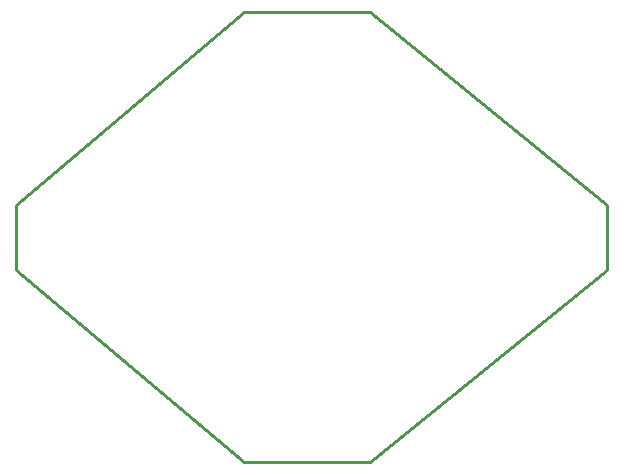
<source format=gm1>
G04*
G04 #@! TF.GenerationSoftware,Altium Limited,Altium Designer,25.8.1 (18)*
G04*
G04 Layer_Color=16711935*
%FSLAX44Y44*%
%MOMM*%
G71*
G04*
G04 #@! TF.SameCoordinates,17EE5B44-E4A8-4C47-BB28-8E3532D48F90*
G04*
G04*
G04 #@! TF.FilePolarity,Positive*
G04*
G01*
G75*
%ADD13C,0.2540*%
D13*
X6350Y165100D02*
Y220418D01*
Y165100D02*
X199390Y2540D01*
X6350Y220418D02*
X199390Y383540D01*
X306070D01*
X506730Y220453D01*
X199390Y2540D02*
X306070D01*
X506730Y165100D01*
Y220453D01*
M02*

</source>
